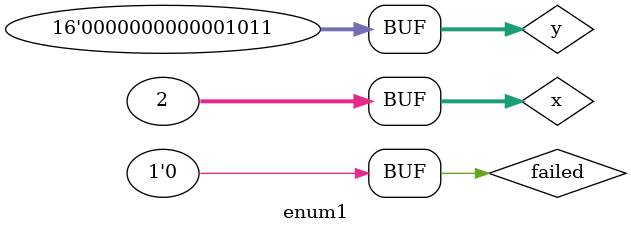
<source format=sv>
module enum1;
  typedef enum { RED, GREEN, BLUE } t_color;
  t_color x;
  bit failed = 0;
  parameter start = 5;
  enum shortint { A=start, B, C=10, D } y;

  initial begin
    x = RED;
    #1;
    if (x !== RED) failed = 1;
    if (x !== 0) failed = 1;

    x = BLUE;
    #1;
    if (x !== 2) failed = 1;

    y = A;
    #1;
    if (y !== start) failed = 1;

    y = B;
    #1;
    if (y !== 6) failed = 1;

    y = D;
    #1;
    if (y !== 11) failed = 1;

    if (failed)
      $display("FAILED");
    else
      $display("PASSED");
  end

endmodule // enum1

</source>
